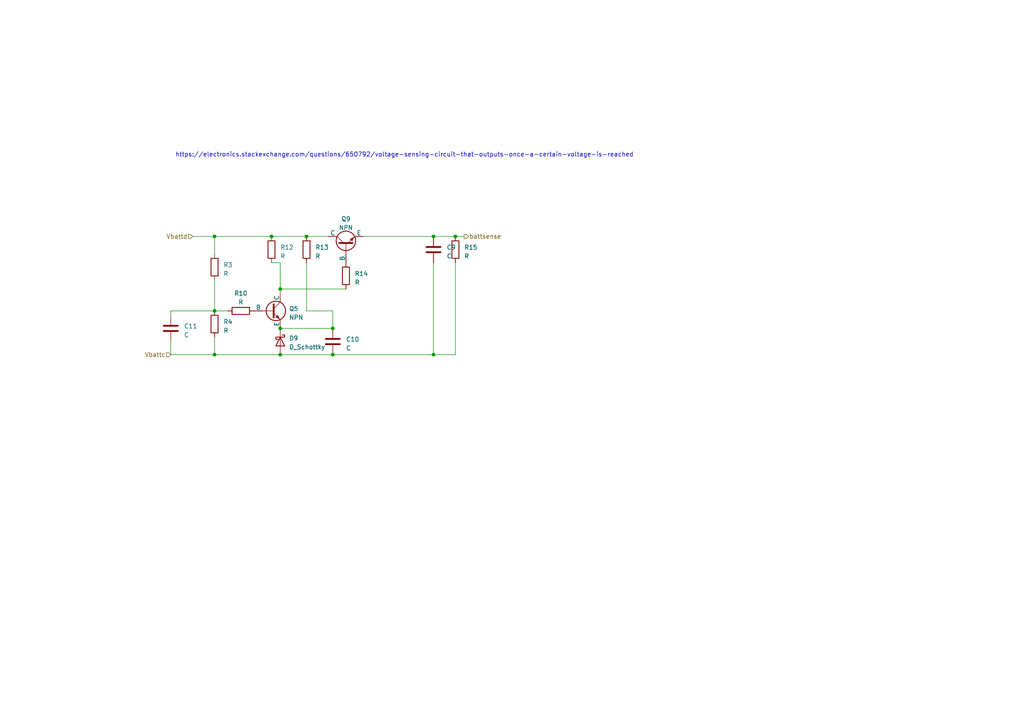
<source format=kicad_sch>
(kicad_sch (version 20230121) (generator eeschema)
  (paper "A4")
  (lib_symbols
    (symbol "Device:C" (pin_numbers hide) (pin_names (offset 0.254))
      (property "Reference" "C" (at 0.635 2.54 0))
      (property "Value" "C" (at 0.635 -2.54 0))
      (symbol "C_0_1"
        (polyline (pts (xy -2.032 -0.762) (xy 2.032 -0.762)) (stroke (width 0.508)))
        (polyline (pts (xy -2.032 0.762) (xy 2.032 0.762)) (stroke (width 0.508)))
      )
      (symbol "C_1_1"
        (pin passive line (at 0 3.81 270) (length 2.794) (name "~") (number "1"))
        (pin passive line (at 0 -3.81 90) (length 2.794) (name "~") (number "2"))
      )
    )
    (symbol "Device:D_Schottky" (pin_numbers hide) (pin_names (offset 1.016) hide)
      (property "Reference" "D" (at 0 2.54 0))
      (property "Value" "D_Schottky" (at 0 -2.54 0))
      (symbol "D_Schottky_0_1"
        (polyline (pts (xy 1.27 0) (xy -1.27 0)))
        (polyline (pts (xy 1.27 1.27) (xy 1.27 -1.27) (xy -1.27 0) (xy 1.27 1.27)) (stroke (width 0.254)))
        (polyline (pts (xy -1.905 0.635) (xy -1.905 1.27) (xy -1.27 1.27) (xy -1.27 -1.27) (xy -0.635 -1.27) (xy -0.635 -0.635)) (stroke (width 0.254)))
      )
      (symbol "D_Schottky_1_1"
        (pin passive line (at -3.81 0 0) (length 2.54) (name "K") (number "1"))
        (pin passive line (at 3.81 0 180) (length 2.54) (name "A") (number "2"))
      )
    )
    (symbol "Device:R" (pin_numbers hide) (pin_names (offset 0))
      (property "Reference" "R" (at 2.032 0 90))
      (property "Value" "R" (at 0 0 90))
      (symbol "R_0_1"
        (rectangle (start -1.016 -2.54) (end 1.016 2.54) (stroke (width 0.254)))
      )
      (symbol "R_1_1"
        (pin passive line (at 0 3.81 270) (length 1.27) (name "~") (number "1"))
        (pin passive line (at 0 -3.81 90) (length 1.27) (name "~") (number "2"))
      )
    )
    (symbol "Simulation_SPICE:NPN" (pin_numbers hide) (pin_names (offset 0))
      (property "Reference" "Q" (at -2.54 7.62 0))
      (property "Value" "NPN" (at -2.54 5.08 0))
      (symbol "NPN_0_1"
        (polyline (pts (xy -2.54 0) (xy 0.635 0)) (stroke (width 0.1524)))
        (polyline (pts (xy 0.635 0.635) (xy 2.54 2.54)))
        (polyline (pts (xy 2.794 -1.27) (xy 2.794 -1.27)) (stroke (width 0.1524)))
        (polyline (pts (xy 2.794 -1.27) (xy 2.794 -1.27)) (stroke (width 0.1524)))
        (polyline (pts (xy 0.635 -0.635) (xy 2.54 -2.54) (xy 2.54 -2.54)))
        (polyline (pts (xy 0.635 1.905) (xy 0.635 -1.905) (xy 0.635 -1.905)) (stroke (width 0.508)))
        (polyline (pts (xy 1.27 -1.778) (xy 1.778 -1.27) (xy 2.286 -2.286) (xy 1.27 -1.778) (xy 1.27 -1.778)) (fill (type outline)))
        (circle (center 1.27 0) (radius 2.8194) (stroke (width 0.254)))
      )
      (symbol "NPN_1_1"
        (pin open_collector line (at 2.54 5.08 270) (length 2.54) (name "C") (number "1"))
        (pin input line (at -5.08 0 0) (length 2.54) (name "B") (number "2"))
        (pin open_emitter line (at 2.54 -5.08 90) (length 2.54) (name "E") (number "3"))
      )
    )
  )
  (junction (at 78.74 68.58))
  (junction (at 125.73 68.58))
  (junction (at 88.9 68.58))
  (junction (at 132.08 68.58))
  (junction (at 96.52 95.25))
  (junction (at 62.23 102.87))
  (junction (at 81.28 83.82))
  (junction (at 81.28 95.25))
  (junction (at 62.23 90.17))
  (junction (at 125.73 102.87))
  (junction (at 96.52 102.87))
  (junction (at 81.28 102.87))
  (junction (at 62.23 68.58))
  (wire (pts (xy 81.28 85.09) (xy 81.28 83.82)))
  (wire (pts (xy 78.74 68.58) (xy 88.9 68.58)))
  (wire (pts (xy 125.73 76.2) (xy 125.73 102.87)))
  (wire (pts (xy 49.53 91.44) (xy 49.53 90.17)))
  (wire (pts (xy 132.08 68.58) (xy 134.62 68.58)))
  (wire (pts (xy 96.52 102.87) (xy 81.28 102.87)))
  (wire (pts (xy 88.9 68.58) (xy 95.25 68.58)))
  (wire (pts (xy 62.23 68.58) (xy 78.74 68.58)))
  (wire (pts (xy 49.53 99.06) (xy 49.53 102.87)))
  (wire (pts (xy 49.53 90.17) (xy 62.23 90.17)))
  (wire (pts (xy 62.23 102.87) (xy 62.23 97.79)))
  (wire (pts (xy 88.9 76.2) (xy 88.9 90.17)))
  (wire (pts (xy 62.23 81.28) (xy 62.23 90.17)))
  (wire (pts (xy 125.73 68.58) (xy 132.08 68.58)))
  (wire (pts (xy 96.52 90.17) (xy 96.52 95.25)))
  (wire (pts (xy 132.08 76.2) (xy 132.08 102.87)))
  (wire (pts (xy 88.9 90.17) (xy 96.52 90.17)))
  (wire (pts (xy 81.28 83.82) (xy 100.33 83.82)))
  (wire (pts (xy 81.28 102.87) (xy 62.23 102.87)))
  (wire (pts (xy 49.53 102.87) (xy 62.23 102.87)))
  (wire (pts (xy 62.23 68.58) (xy 62.23 73.66)))
  (wire (pts (xy 62.23 90.17) (xy 66.04 90.17)))
  (wire (pts (xy 125.73 102.87) (xy 96.52 102.87)))
  (wire (pts (xy 81.28 95.25) (xy 96.52 95.25)))
  (wire (pts (xy 132.08 102.87) (xy 125.73 102.87)))
  (wire (pts (xy 105.41 68.58) (xy 125.73 68.58)))
  (wire (pts (xy 55.88 68.58) (xy 62.23 68.58)))
  (wire (pts (xy 81.28 76.2) (xy 78.74 76.2)))
  (wire (pts (xy 81.28 83.82) (xy 81.28 76.2)))
  (text "https://electronics.stackexchange.com/questions/650792/voltage-sensing-circuit-that-outputs-once-a-certain-voltage-is-reached" (at 50.8 45.72 0) (effects (font (size 1.27 1.27)) (justify left bottom)))
  (hierarchical_label "battsense" (shape output) (at 134.62 68.58 0))
  (hierarchical_label "Vbattc" (shape input) (at 49.53 102.87 180))
  (hierarchical_label "Vbattd" (shape input) (at 55.88 68.58 180))
  (symbol (lib_id "Simulation_SPICE:NPN") (at 100.33 71.12 90) (unit 1)
    (property "Reference" "Q9" (at 100.33 63.5 90))
    (property "Value" "NPN" (at 100.33 66.04 90))
    (property "Sim.Device" "NPN" (effects hide))
    (property "Sim.Type" "GUMMELPOON" (effects hide))
    (property "Sim.Pins" "1=C 2=B 3=E" (effects hide))
  )
  (symbol (lib_id "Device:R") (at 132.08 72.39 180) (unit 1)
    (property "Reference" "R15" (at 134.62 71.755 0) (effects (justify right)))
    (property "Value" "R" (at 134.62 74.295 0) (effects (justify right)))
  )
  (symbol (lib_id "Device:R") (at 88.9 72.39 180) (unit 1)
    (property "Reference" "R13" (at 91.44 71.755 0) (effects (justify right)))
    (property "Value" "R" (at 91.44 74.295 0) (effects (justify right)))
  )
  (symbol (lib_id "Device:R") (at 69.85 90.17 90) (unit 1)
    (property "Reference" "R10" (at 69.85 85.09 90))
    (property "Value" "R" (at 69.85 87.63 90))
  )
  (symbol (lib_id "Device:D_Schottky") (at 81.28 99.06 270) (unit 1)
    (property "Reference" "D9" (at 83.82 98.1075 90) (effects (justify left)))
    (property "Value" "D_Schottky" (at 83.82 100.6475 90) (effects (justify left)))
  )
  (symbol (lib_id "Device:R") (at 100.33 80.01 180) (unit 1)
    (property "Reference" "R14" (at 102.87 79.375 0) (effects (justify right)))
    (property "Value" "R" (at 102.87 81.915 0) (effects (justify right)))
  )
  (symbol (lib_id "Device:R") (at 78.74 72.39 180) (unit 1)
    (property "Reference" "R12" (at 81.28 71.755 0) (effects (justify right)))
    (property "Value" "R" (at 81.28 74.295 0) (effects (justify right)))
  )
  (symbol (lib_id "Device:R") (at 62.23 93.98 0) (unit 1)
    (property "Reference" "R4" (at 64.77 93.345 0) (effects (justify left)))
    (property "Value" "R" (at 64.77 95.885 0) (effects (justify left)))
  )
  (symbol (lib_id "Device:C") (at 125.73 72.39 0) (unit 1)
    (property "Reference" "C9" (at 129.54 71.755 0) (effects (justify left)))
    (property "Value" "C" (at 129.54 74.295 0) (effects (justify left)))
  )
  (symbol (lib_id "Simulation_SPICE:NPN") (at 78.74 90.17 0) (unit 1)
    (property "Reference" "Q5" (at 83.82 89.535 0) (effects (justify left)))
    (property "Value" "NPN" (at 83.82 92.075 0) (effects (justify left)))
    (property "Sim.Device" "NPN" (effects hide))
    (property "Sim.Type" "GUMMELPOON" (effects hide))
    (property "Sim.Pins" "1=C 2=B 3=E" (effects hide))
  )
  (symbol (lib_id "Device:C") (at 49.53 95.25 0) (unit 1)
    (property "Reference" "C11" (at 53.34 94.615 0) (effects (justify left)))
    (property "Value" "C" (at 53.34 97.155 0) (effects (justify left)))
  )
  (symbol (lib_id "Device:R") (at 62.23 77.47 0) (unit 1)
    (property "Reference" "R3" (at 64.77 76.835 0) (effects (justify left)))
    (property "Value" "R" (at 64.77 79.375 0) (effects (justify left)))
  )
  (symbol (lib_id "Device:C") (at 96.52 99.06 0) (unit 1)
    (property "Reference" "C10" (at 100.33 98.425 0) (effects (justify left)))
    (property "Value" "C" (at 100.33 100.965 0) (effects (justify left)))
  )
)
</source>
